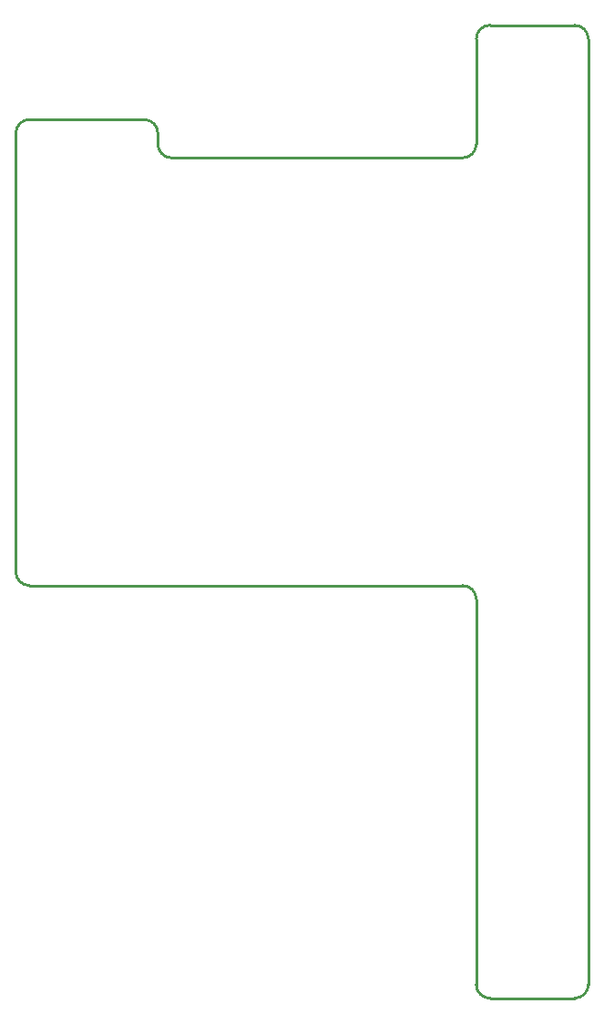
<source format=gbr>
G04 start of page 4 for group 2 idx 2 *
G04 Title: fet12connectors, outline *
G04 Creator: pcb 20140316 *
G04 CreationDate: Thu 12 Apr 2018 02:27:47 AM GMT UTC *
G04 For: brian *
G04 Format: Gerber/RS-274X *
G04 PCB-Dimensions (mil): 6000.00 5000.00 *
G04 PCB-Coordinate-Origin: lower left *
%MOIN*%
%FSLAX25Y25*%
%LNOUTLINE*%
%ADD39C,0.0100*%
G54D39*X349000Y212000D02*Y71000D01*
X354000Y66000D02*X385000D01*
X390000Y417000D02*Y71000D01*
X354000Y422000D02*X385000D01*
X185500Y217000D02*X344000D01*
X232500Y382500D02*Y378500D01*
X344000Y373500D02*X237500D01*
X349000Y417000D02*Y378500D01*
X180500Y382500D02*Y222000D01*
X185500Y387500D02*X227500D01*
X344000Y217000D02*G75*G02X349000Y212000I0J-5000D01*G01*
X354000Y66000D02*G75*G02X349000Y71000I0J5000D01*G01*
X390000D02*G75*G02X385000Y66000I-5000J0D01*G01*
Y422000D02*G75*G02X390000Y417000I0J-5000D01*G01*
X349000D02*G75*G02X354000Y422000I5000J0D01*G01*
X180500Y222000D02*G75*G03X185500Y217000I5000J0D01*G01*
Y387500D02*G75*G03X180500Y382500I0J-5000D01*G01*
X227500Y387500D02*G75*G02X232500Y382500I0J-5000D01*G01*
Y378500D02*G75*G03X237500Y373500I5000J0D01*G01*
X344000D02*G75*G03X349000Y378500I0J5000D01*G01*
M02*

</source>
